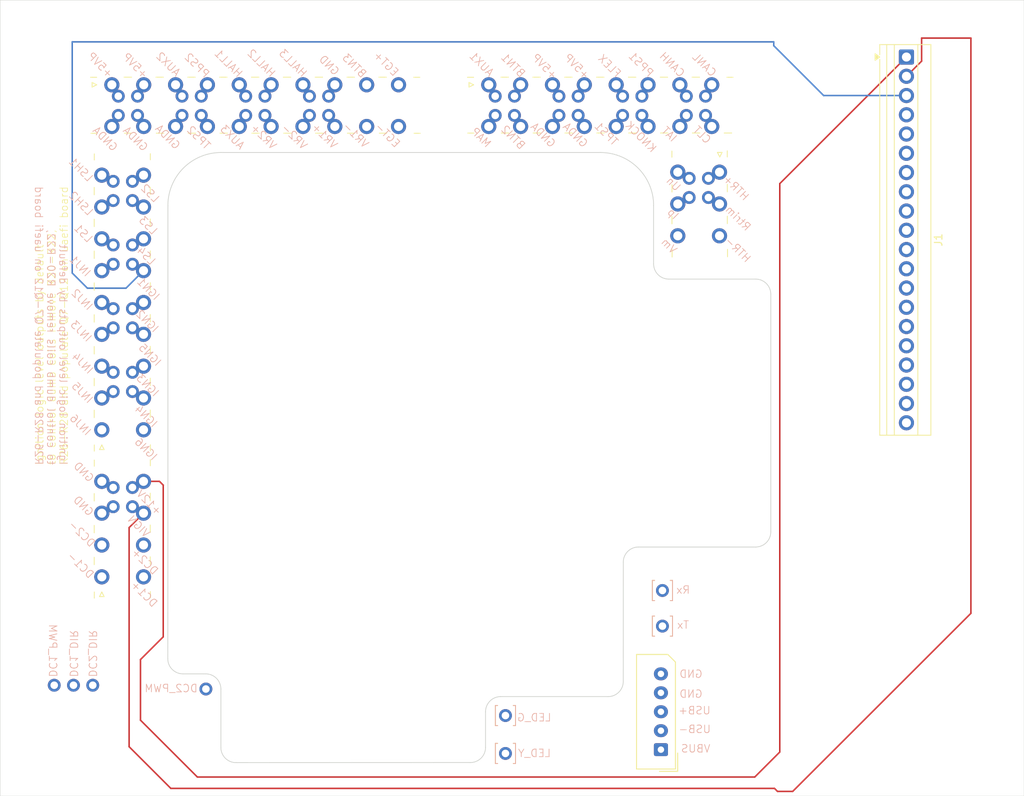
<source format=kicad_pcb>
(kicad_pcb (version 20241229) (generator "pcbnew") (generator_version "9.0")
  (layers (0 "F.Cu" signal) (2 "B.Cu" signal) (13 "F.Paste" user) (15 "B.Paste" user) (5 "F.SilkS" user "F.Silkscreen") (7 "B.SilkS" user "B.Silkscreen") (1 "F.Mask" user) (3 "B.Mask" user) (25 "Edge.Cuts" user))
  (net 0 "")
  (net 95 "Net-(J1-Pin_2)")
  (net 96 "Net-(J1-Pin_3)")
  (net 97 "Net-(J1-Pin_1)")
  (footprint "TerminalBlock:TerminalBlock_Xinya_XY308-2.54-20P_1x20_P2.54mm_Horizontal" (layer "F.Cu") (at 204.5 49.5 -90)
    (property "Reference" "J1" (at 24.13 -4.22 90) (layer "F.SilkS"))
    (property "Value" "Screw_Terminal_01x20")
    (fp_line (start -1.64 3.52) (end -1.64 -3.22) (stroke (width 0.12)) (layer "F.SilkS"))
    (fp_line (start -0.3 3.52) (end -1.64 3.52) (stroke (width 0.12)) (layer "F.SilkS"))
    (fp_line (start 49.9 3.52) (end 0.3 3.52) (stroke (width 0.12)) (layer "F.SilkS"))
    (fp_line (start -1.64 2.6) (end 49.9 2.6) (stroke (width 0.12)) (layer "F.SilkS"))
    (fp_line (start -1.64 1.6) (end 49.9 1.6) (stroke (width 0.12)) (layer "F.SilkS"))
    (fp_line (start -1.64 -1.5) (end 49.9 -1.5) (stroke (width 0.12)) (layer "F.SilkS"))
    (fp_line (start -1.64 -3.22) (end 49.9 -3.22) (stroke (width 0.12)) (layer "F.SilkS"))
    (fp_line (start 49.9 -3.22) (end 49.9 3.52) (stroke (width 0.12)) (layer "F.SilkS"))
    (fp_poly (pts (xy 0 3.52) (xy 0.44 4.13) (xy -0.44 4.13)) (stroke (width 0.12)) (fill yes) (layer "F.SilkS"))
    (pad "1" thru_hole roundrect (at 0 0 270) (size 2 2) (drill 1.2) (layers "*.Cu" "*.Mask") (roundrect_rratio 0.125) (net 97 "Net-(J1-Pin_1)"))
    (pad "2" thru_hole circle (at 2.54 0 270) (size 2 2) (drill 1.2) (layers "*.Cu" "*.Mask") (net 95 "Net-(J1-Pin_2)"))
    (pad "3" thru_hole circle (at 5.08 0 270) (size 2 2) (drill 1.2) (layers "*.Cu" "*.Mask") (net 96 "Net-(J1-Pin_3)"))
    (pad "4" thru_hole circle (at 7.62 0 270) (size 2 2) (drill 1.2) (layers "*.Cu" "*.Mask"))
    (pad "5" thru_hole circle (at 10.16 0 270) (size 2 2) (drill 1.2) (layers "*.Cu" "*.Mask"))
    (pad "6" thru_hole circle (at 12.7 0 270) (size 2 2) (drill 1.2) (layers "*.Cu" "*.Mask"))
    (pad "7" thru_hole circle (at 15.24 0 270) (size 2 2) (drill 1.2) (layers "*.Cu" "*.Mask"))
    (pad "8" thru_hole circle (at 17.78 0 270) (size 2 2) (drill 1.2) (layers "*.Cu" "*.Mask"))
    (pad "9" thru_hole circle (at 20.32 0 270) (size 2 2) (drill 1.2) (layers "*.Cu" "*.Mask"))
    (pad "10" thru_hole circle (at 22.86 0 270) (size 2 2) (drill 1.2) (layers "*.Cu" "*.Mask"))
    (pad "11" thru_hole circle (at 25.4 0 270) (size 2 2) (drill 1.2) (layers "*.Cu" "*.Mask"))
    (pad "12" thru_hole circle (at 27.94 0 270) (size 2 2) (drill 1.2) (layers "*.Cu" "*.Mask"))
    (pad "13" thru_hole circle (at 30.48 0 270) (size 2 2) (drill 1.2) (layers "*.Cu" "*.Mask"))
    (pad "14" thru_hole circle (at 33.02 0 270) (size 2 2) (drill 1.2) (layers "*.Cu" "*.Mask"))
    (pad "15" thru_hole circle (at 35.56 0 270) (size 2 2) (drill 1.2) (layers "*.Cu" "*.Mask"))
    (pad "16" thru_hole circle (at 38.1 0 270) (size 2 2) (drill 1.2) (layers "*.Cu" "*.Mask"))
    (pad "17" thru_hole circle (at 40.64 0 270) (size 2 2) (drill 1.2) (layers "*.Cu" "*.Mask"))
    (pad "18" thru_hole circle (at 43.18 0 270) (size 2 2) (drill 1.2) (layers "*.Cu" "*.Mask"))
    (pad "19" thru_hole circle (at 45.72 0 270) (size 2 2) (drill 1.2) (layers "*.Cu" "*.Mask"))
    (pad "20" thru_hole circle (at 48.26 0 270) (size 2 2) (drill 1.2) (layers "*.Cu" "*.Mask"))
  )
  (footprint "Hellen:uaefi" (layer "F.Cu") (at 89.1 143.887437)
    (property "Reference" "M1" (hide yes))
    (property "Value" "Module:uaefi/0.2" (hide yes))
    (fp_line (start 8.025126 -91.025) (end 8.625126 -90.725) (stroke (width 0.12)) (layer "F.SilkS"))
    (fp_line (start 8.025126 -90.425) (end 8.025126 -91.025) (stroke (width 0.12)) (layer "F.SilkS"))
    (fp_line (start 8.300126 -76.21) (end 8.300126 -77.19) (stroke (width 0.12)) (layer "F.SilkS"))
    (fp_line (start 8.300126 -72.01) (end 8.300126 -72.99) (stroke (width 0.12)) (layer "F.SilkS"))
    (fp_line (start 8.300126 -67.81) (end 8.300126 -68.79) (stroke (width 0.12)) (layer "F.SilkS"))
    (fp_line (start 8.300126 -63.61) (end 8.300126 -64.59) (stroke (width 0.12)) (layer "F.SilkS"))
    (fp_line (start 8.300126 -59.41) (end 8.300126 -60.39) (stroke (width 0.12)) (layer "F.SilkS"))
    (fp_line (start 8.300126 -55.21) (end 8.300126 -56.19) (stroke (width 0.12)) (layer "F.SilkS"))
    (fp_line (start 8.300126 -51.01) (end 8.300126 -51.99) (stroke (width 0.12)) (layer "F.SilkS"))
    (fp_line (start 8.300126 -46.81) (end 8.300126 -47.79) (stroke (width 0.12)) (layer "F.SilkS"))
    (fp_line (start 8.300126 -35.81) (end 8.300126 -36.79) (stroke (width 0.12)) (layer "F.SilkS"))
    (fp_line (start 8.300126 -31.61) (end 8.300126 -32.59) (stroke (width 0.12)) (layer "F.SilkS"))
    (fp_line (start 8.300126 -27.41) (end 8.300126 -28.39) (stroke (width 0.12)) (layer "F.SilkS"))
    (fp_line (start 8.310126 -80.8) (end 8.310126 -81.61) (stroke (width 0.12)) (layer "F.SilkS"))
    (fp_line (start 8.310126 -43.2) (end 8.310126 -42.39) (stroke (width 0.12)) (layer "F.SilkS"))
    (fp_line (start 8.310126 -40.4) (end 8.310126 -41.21) (stroke (width 0.12)) (layer "F.SilkS"))
    (fp_line (start 8.310126 -23.8) (end 8.310126 -22.99) (stroke (width 0.12)) (layer "F.SilkS"))
    (fp_line (start 8.625126 -91.715) (end 7.815126 -91.715) (stroke (width 0.12)) (layer "F.SilkS"))
    (fp_line (start 8.625126 -90.725) (end 8.025126 -90.425) (stroke (width 0.12)) (layer "F.SilkS"))
    (fp_line (start 8.67729 -84.326098) (end 7.86729 -84.326098) (stroke (width 0.12)) (layer "F.SilkS"))
    (fp_line (start 9.000126 -42.6) (end 9.300126 -43.2) (stroke (width 0.12)) (layer "F.SilkS"))
    (fp_line (start 9.000126 -23.2) (end 9.300126 -23.8) (stroke (width 0.12)) (layer "F.SilkS"))
    (fp_line (start 9.300126 -43.2) (end 9.600126 -42.6) (stroke (width 0.12)) (layer "F.SilkS"))
    (fp_line (start 9.300126 -23.8) (end 9.600126 -23.2) (stroke (width 0.12)) (layer "F.SilkS"))
    (fp_line (start 9.600126 -42.6) (end 9.000126 -42.6) (stroke (width 0.12)) (layer "F.SilkS"))
    (fp_line (start 9.600126 -23.2) (end 9.000126 -23.2) (stroke (width 0.12)) (layer "F.SilkS"))
    (fp_line (start 12.235126 -91.725) (end 13.215126 -91.725) (stroke (width 0.12)) (layer "F.SilkS"))
    (fp_line (start 12.28729 -84.336098) (end 13.26729 -84.336098) (stroke (width 0.12)) (layer "F.SilkS"))
    (fp_line (start 15.688963 -35.863539) (end 15.688963 -36.843539) (stroke (width 0.12)) (layer "F.SilkS"))
    (fp_line (start 15.688963 -31.663539) (end 15.688963 -32.643539) (stroke (width 0.12)) (layer "F.SilkS"))
    (fp_line (start 15.688963 -27.463539) (end 15.688963 -28.443539) (stroke (width 0.12)) (layer "F.SilkS"))
    (fp_line (start 15.68906 -76.236065) (end 15.68906 -77.216065) (stroke (width 0.12)) (layer "F.SilkS"))
    (fp_line (start 15.68906 -72.036065) (end 15.68906 -73.016065) (stroke (width 0.12)) (layer "F.SilkS"))
    (fp_line (start 15.68906 -67.836065) (end 15.68906 -68.816065) (stroke (width 0.12)) (layer "F.SilkS"))
    (fp_line (start 15.68906 -63.636065) (end 15.68906 -64.616065) (stroke (width 0.12)) (layer "F.SilkS"))
    (fp_line (start 15.68906 -59.436065) (end 15.68906 -60.416065) (stroke (width 0.12)) (layer "F.SilkS"))
    (fp_line (start 15.68906 -55.236065) (end 15.68906 -56.216065) (stroke (width 0.12)) (layer "F.SilkS"))
    (fp_line (start 15.68906 -51.036065) (end 15.68906 -52.016065) (stroke (width 0.12)) (layer "F.SilkS"))
    (fp_line (start 15.68906 -46.836065) (end 15.68906 -47.816065) (stroke (width 0.12)) (layer "F.SilkS"))
    (fp_line (start 15.698963 -40.453539) (end 15.698963 -41.263539) (stroke (width 0.12)) (layer "F.SilkS"))
    (fp_line (start 15.698963 -23.853539) (end 15.698963 -23.043539) (stroke (width 0.12)) (layer "F.SilkS"))
    (fp_line (start 15.69906 -80.826065) (end 15.69906 -81.636065) (stroke (width 0.12)) (layer "F.SilkS"))
    (fp_line (start 15.69906 -43.226065) (end 15.69906 -42.416065) (stroke (width 0.12)) (layer "F.SilkS"))
    (fp_line (start 16.435126 -91.725) (end 17.415126 -91.725) (stroke (width 0.12)) (layer "F.SilkS"))
    (fp_line (start 16.48729 -84.336098) (end 17.46729 -84.336098) (stroke (width 0.12)) (layer "F.SilkS"))
    (fp_line (start 20.635126 -91.725) (end 21.615126 -91.725) (stroke (width 0.12)) (layer "F.SilkS"))
    (fp_line (start 20.68729 -84.336098) (end 21.66729 -84.336098) (stroke (width 0.12)) (layer "F.SilkS"))
    (fp_line (start 24.835126 -91.725) (end 25.815126 -91.725) (stroke (width 0.12)) (layer "F.SilkS"))
    (fp_line (start 24.88729 -84.336098) (end 25.86729 -84.336098) (stroke (width 0.12)) (layer "F.SilkS"))
    (fp_line (start 29.035126 -91.725) (end 30.015126 -91.725) (stroke (width 0.12)) (layer "F.SilkS"))
    (fp_line (start 29.08729 -84.336098) (end 30.06729 -84.336098) (stroke (width 0.12)) (layer "F.SilkS"))
    (fp_line (start 33.235126 -91.725) (end 34.215126 -91.725) (stroke (width 0.12)) (layer "F.SilkS"))
    (fp_line (start 33.28729 -84.336098) (end 34.26729 -84.336098) (stroke (width 0.12)) (layer "F.SilkS"))
    (fp_line (start 37.435126 -91.725) (end 38.415126 -91.725) (stroke (width 0.12)) (layer "F.SilkS"))
    (fp_line (start 37.48729 -84.336098) (end 38.46729 -84.336098) (stroke (width 0.12)) (layer "F.SilkS"))
    (fp_line (start 41.635126 -91.725) (end 42.615126 -91.725) (stroke (width 0.12)) (layer "F.SilkS"))
    (fp_line (start 41.68729 -84.336098) (end 42.66729 -84.336098) (stroke (width 0.12)) (layer "F.SilkS"))
    (fp_line (start 45.835126 -91.725) (end 46.815126 -91.725) (stroke (width 0.12)) (layer "F.SilkS"))
    (fp_line (start 45.88729 -84.336098) (end 46.86729 -84.336098) (stroke (width 0.12)) (layer "F.SilkS"))
    (fp_line (start 50.425126 -91.715) (end 51.235126 -91.715) (stroke (width 0.12)) (layer "F.SilkS"))
    (fp_line (start 50.47729 -84.326098) (end 51.28729 -84.326098) (stroke (width 0.12)) (layer "F.SilkS"))
    (fp_line (start 57.725126 -91.025) (end 58.325126 -90.725) (stroke (width 0.12)) (layer "F.SilkS"))
    (fp_line (start 57.725126 -90.425) (end 57.725126 -91.025) (stroke (width 0.12)) (layer "F.SilkS"))
    (fp_line (start 58.325126 -91.715) (end 57.515126 -91.715) (stroke (width 0.12)) (layer "F.SilkS"))
    (fp_line (start 58.325126 -90.725) (end 57.725126 -90.425) (stroke (width 0.12)) (layer "F.SilkS"))
    (fp_line (start 58.363637 -84.348254) (end 57.553637 -84.348254) (stroke (width 0.12)) (layer "F.SilkS"))
    (fp_line (start 61.195126 -8.83) (end 61.195126 -6.17) (stroke (width 0.12)) (layer "F.SilkS"))
    (fp_line (start 61.195126 -3.83) (end 61.195126 -1.17) (stroke (width 0.12)) (layer "F.SilkS"))
    (fp_line (start 61.489588 -6.17) (end 61.195126 -6.17) (stroke (width 0.12)) (layer "F.SilkS"))
    (fp_line (start 61.489588 -1.17) (end 61.195126 -1.17) (stroke (width 0.12)) (layer "F.SilkS"))
    (fp_line (start 61.500753 -8.83) (end 61.195126 -8.83) (stroke (width 0.12)) (layer "F.SilkS"))
    (fp_line (start 61.500753 -3.83) (end 61.195126 -3.83) (stroke (width 0.12)) (layer "F.SilkS"))
    (fp_line (start 61.935126 -91.725) (end 62.915126 -91.725) (stroke (width 0.12)) (layer "F.SilkS"))
    (fp_line (start 61.973637 -84.358254) (end 62.953637 -84.358254) (stroke (width 0.12)) (layer "F.SilkS"))
    (fp_line (start 63.549499 -6.17) (end 63.855126 -6.17) (stroke (width 0.12)) (layer "F.SilkS"))
    (fp_line (start 63.549499 -1.17) (end 63.855126 -1.17) (stroke (width 0.12)) (layer "F.SilkS"))
    (fp_line (start 63.560664 -8.83) (end 63.855126 -8.83) (stroke (width 0.12)) (layer "F.SilkS"))
    (fp_line (start 63.560664 -3.83) (end 63.855126 -3.83) (stroke (width 0.12)) (layer "F.SilkS"))
    (fp_line (start 63.855126 -6.17) (end 63.855126 -8.83) (stroke (width 0.12)) (layer "F.SilkS"))
    (fp_line (start 63.855126 -1.17) (end 63.855126 -3.83) (stroke (width 0.12)) (layer "F.SilkS"))
    (fp_line (start 66.135126 -91.725) (end 67.115126 -91.725) (stroke (width 0.12)) (layer "F.SilkS"))
    (fp_line (start 66.173637 -84.358254) (end 67.153637 -84.358254) (stroke (width 0.12)) (layer "F.SilkS"))
    (fp_line (start 70.335126 -91.725) (end 71.315126 -91.725) (stroke (width 0.12)) (layer "F.SilkS"))
    (fp_line (start 70.373637 -84.358254) (end 71.353637 -84.358254) (stroke (width 0.12)) (layer "F.SilkS"))
    (fp_line (start 74.535126 -91.725) (end 75.515126 -91.725) (stroke (width 0.12)) (layer "F.SilkS"))
    (fp_line (start 74.573637 -84.358254) (end 75.553637 -84.358254) (stroke (width 0.12)) (layer "F.SilkS"))
    (fp_line (start 78.735126 -91.725) (end 79.715126 -91.725) (stroke (width 0.12)) (layer "F.SilkS"))
    (fp_line (start 78.773637 -84.358254) (end 79.753637 -84.358254) (stroke (width 0.12)) (layer "F.SilkS"))
    (fp_line (start 79.815126 -15.56) (end 79.815126 -0.44) (stroke (width 0.12)) (layer "F.SilkS"))
    (fp_line (start 79.815126 -15.56) (end 79.815126 -0.44) (stroke (width 0.12)) (layer "F.SilkS"))
    (fp_line (start 79.815126 -0.44) (end 84.935126 -0.44) (stroke (width 0.12)) (layer "F.SilkS"))
    (fp_line (start 79.815126 -0.44) (end 84.935126 -0.44) (stroke (width 0.12)) (layer "F.SilkS"))
    (fp_line (start 81.895126 -25.33) (end 81.895126 -22.67) (stroke (width 0.12)) (layer "F.SilkS"))
    (fp_line (start 81.895126 -20.63) (end 81.895126 -17.97) (stroke (width 0.12)) (layer "F.SilkS"))
    (fp_line (start 82.189588 -22.67) (end 81.895126 -22.67) (stroke (width 0.12)) (layer "F.SilkS"))
    (fp_line (start 82.189588 -17.97) (end 81.895126 -17.97) (stroke (width 0.12)) (layer "F.SilkS"))
    (fp_line (start 82.200753 -25.33) (end 81.895126 -25.33) (stroke (width 0.12)) (layer "F.SilkS"))
    (fp_line (start 82.200753 -20.63) (end 81.895126 -20.63) (stroke (width 0.12)) (layer "F.SilkS"))
    (fp_line (start 82.825126 -0.14) (end 85.235126 -0.14) (stroke (width 0.12)) (layer "F.SilkS"))
    (fp_line (start 82.825126 -0.14) (end 85.235126 -0.14) (stroke (width 0.12)) (layer "F.SilkS"))
    (fp_line (start 82.935126 -91.725) (end 83.915126 -91.725) (stroke (width 0.12)) (layer "F.SilkS"))
    (fp_line (start 82.973637 -84.358254) (end 83.953637 -84.358254) (stroke (width 0.12)) (layer "F.SilkS"))
    (fp_line (start 83.935126 -15.56) (end 79.815126 -15.56) (stroke (width 0.12)) (layer "F.SilkS"))
    (fp_line (start 83.935126 -15.56) (end 79.815126 -15.56) (stroke (width 0.12)) (layer "F.SilkS"))
    (fp_line (start 84.249499 -22.67) (end 84.555126 -22.67) (stroke (width 0.12)) (layer "F.SilkS"))
    (fp_line (start 84.249499 -17.97) (end 84.555126 -17.97) (stroke (width 0.12)) (layer "F.SilkS"))
    (fp_line (start 84.260664 -25.33) (end 84.555126 -25.33) (stroke (width 0.12)) (layer "F.SilkS"))
    (fp_line (start 84.260664 -20.63) (end 84.555126 -20.63) (stroke (width 0.12)) (layer "F.SilkS"))
    (fp_line (start 84.470065 -81.168005) (end 84.470065 -81.978005) (stroke (width 0.12)) (layer "F.SilkS"))
    (fp_line (start 84.480065 -77.558005) (end 84.480065 -76.578005) (stroke (width 0.12)) (layer "F.SilkS"))
    (fp_line (start 84.480065 -73.358005) (end 84.480065 -72.378005) (stroke (width 0.12)) (layer "F.SilkS"))
    (fp_line (start 84.50387 -68.000193) (end 84.50387 -68.980193) (stroke (width 0.12)) (layer "F.SilkS"))
    (fp_line (start 84.555126 -22.67) (end 84.555126 -25.33) (stroke (width 0.12)) (layer "F.SilkS"))
    (fp_line (start 84.555126 -17.97) (end 84.555126 -20.63) (stroke (width 0.12)) (layer "F.SilkS"))
    (fp_line (start 84.935126 -14.56) (end 83.935126 -15.56) (stroke (width 0.12)) (layer "F.SilkS"))
    (fp_line (start 84.935126 -14.56) (end 83.935126 -15.56) (stroke (width 0.12)) (layer "F.SilkS"))
    (fp_line (start 84.935126 -0.44) (end 84.935126 -14.56) (stroke (width 0.12)) (layer "F.SilkS"))
    (fp_line (start 84.935126 -0.44) (end 84.935126 -14.56) (stroke (width 0.12)) (layer "F.SilkS"))
    (fp_line (start 85.235126 -0.14) (end 85.235126 -2.55) (stroke (width 0.12)) (layer "F.SilkS"))
    (fp_line (start 85.235126 -0.14) (end 85.235126 -2.55) (stroke (width 0.12)) (layer "F.SilkS"))
    (fp_line (start 87.135126 -91.725) (end 88.115126 -91.725) (stroke (width 0.12)) (layer "F.SilkS"))
    (fp_line (start 87.173637 -84.358254) (end 88.153637 -84.358254) (stroke (width 0.12)) (layer "F.SilkS"))
    (fp_line (start 90.483943 -81.79971) (end 91.083943 -81.79971) (stroke (width 0.12)) (layer "F.SilkS"))
    (fp_line (start 90.783943 -81.19971) (end 90.483943 -81.79971) (stroke (width 0.12)) (layer "F.SilkS"))
    (fp_line (start 91.083943 -81.79971) (end 90.783943 -81.19971) (stroke (width 0.12)) (layer "F.SilkS"))
    (fp_line (start 91.373637 -84.358254) (end 92.353637 -84.358254) (stroke (width 0.12)) (layer "F.SilkS"))
    (fp_line (start 91.725126 -91.715) (end 92.535126 -91.715) (stroke (width 0.12)) (layer "F.SilkS"))
    (fp_line (start 91.773943 -81.19971) (end 91.773943 -82.00971) (stroke (width 0.12)) (layer "F.SilkS"))
    (fp_line (start 91.783943 -77.58971) (end 91.783943 -76.60971) (stroke (width 0.12)) (layer "F.SilkS"))
    (fp_line (start 91.783943 -73.38971) (end 91.783943 -72.40971) (stroke (width 0.12)) (layer "F.SilkS"))
    (fp_line (start 91.807748 -68.031898) (end 91.807748 -69.011898) (stroke (width 0.12)) (layer "F.SilkS"))
    (fp_line (start 61.195126 -6.17) (end 61.195126 -8.83) (stroke (width 0.12)) (layer "B.SilkS"))
    (fp_line (start 61.195126 -1.17) (end 61.195126 -3.83) (stroke (width 0.12)) (layer "B.SilkS"))
    (fp_line (start 61.489588 -8.83) (end 61.195126 -8.83) (stroke (width 0.12)) (layer "B.SilkS"))
    (fp_line (start 61.489588 -3.83) (end 61.195126 -3.83) (stroke (width 0.12)) (layer "B.SilkS"))
    (fp_line (start 61.500753 -6.17) (end 61.195126 -6.17) (stroke (width 0.12)) (layer "B.SilkS"))
    (fp_line (start 61.500753 -1.17) (end 61.195126 -1.17) (stroke (width 0.12)) (layer "B.SilkS"))
    (fp_line (start 63.549499 -8.83) (end 63.855126 -8.83) (stroke (width 0.12)) (layer "B.SilkS"))
    (fp_line (start 63.549499 -3.83) (end 63.855126 -3.83) (stroke (width 0.12)) (layer "B.SilkS"))
    (fp_line (start 63.560664 -6.17) (end 63.855126 -6.17) (stroke (width 0.12)) (layer "B.SilkS"))
    (fp_line (start 63.560664 -1.17) (end 63.855126 -1.17) (stroke (width 0.12)) (layer "B.SilkS"))
    (fp_line (start 63.855126 -8.83) (end 63.855126 -6.17) (stroke (width 0.12)) (layer "B.SilkS"))
    (fp_line (start 63.855126 -3.83) (end 63.855126 -1.17) (stroke (width 0.12)) (layer "B.SilkS"))
    (fp_line (start 81.895126 -22.67) (end 81.895126 -25.33) (stroke (width 0.12)) (layer "B.SilkS"))
    (fp_line (start 81.895126 -17.97) (end 81.895126 -20.63) (stroke (width 0.12)) (layer "B.SilkS"))
    (fp_line (start 82.189588 -25.33) (end 81.895126 -25.33) (stroke (width 0.12)) (layer "B.SilkS"))
    (fp_line (start 82.189588 -20.63) (end 81.895126 -20.63) (stroke (width 0.12)) (layer "B.SilkS"))
    (fp_line (start 82.200753 -22.67) (end 81.895126 -22.67) (stroke (width 0.12)) (layer "B.SilkS"))
    (fp_line (start 82.200753 -17.97) (end 81.895126 -17.97) (stroke (width 0.12)) (layer "B.SilkS"))
    (fp_line (start 84.249499 -25.33) (end 84.555126 -25.33) (stroke (width 0.12)) (layer "B.SilkS"))
    (fp_line (start 84.249499 -20.63) (end 84.555126 -20.63) (stroke (width 0.12)) (layer "B.SilkS"))
    (fp_line (start 84.260664 -22.67) (end 84.555126 -22.67) (stroke (width 0.12)) (layer "B.SilkS"))
    (fp_line (start 84.260664 -17.97) (end 84.555126 -17.97) (stroke (width 0.12)) (layer "B.SilkS"))
    (fp_line (start 84.555126 -25.33) (end 84.555126 -22.67) (stroke (width 0.12)) (layer "B.SilkS"))
    (fp_line (start 84.555126 -20.63) (end 84.555126 -17.97) (stroke (width 0.12)) (layer "B.SilkS"))
    (fp_line (start 18.012559 -31.737182) (end 18 -15) (stroke (width 0.1)) (layer "Edge.Cuts"))
    (fp_line (start 18.012559 -31.737182) (end 18.012562 -74.787438) (stroke (width 0.1)) (layer "Edge.Cuts"))
    (fp_line (start 20 -13) (end 23 -13) (stroke (width 0.1)) (layer "Edge.Cuts"))
    (fp_line (start 25 -11) (end 25 -3.287437) (stroke (width 0.1)) (layer "Edge.Cuts"))
    (fp_line (start 57.9 -1.3) (end 27 -1.287437) (stroke (width 0.1)) (layer "Edge.Cuts"))
    (fp_line (start 59.9 -3.3) (end 59.899911 -8.00008) (stroke (width 0.1)) (layer "Edge.Cuts"))
    (fp_line (start 61.899911 -10.00008) (end 76.060074 -9.999926) (stroke (width 0.1)) (layer "Edge.Cuts"))
    (fp_line (start 75.062815 -81.787437) (end 25.012563 -81.787437) (stroke (width 0.1)) (layer "Edge.Cuts"))
    (fp_line (start 78.062811 -27.73718) (end 78.060074 -11.999926) (stroke (width 0.1)) (layer "Edge.Cuts"))
    (fp_line (start 80.062811 -29.73718) (end 95.512563 -29.73718) (stroke (width 0.1)) (layer "Edge.Cuts"))
    (fp_line (start 82.062814 -74.787436) (end 82.062814 -67.087437) (stroke (width 0.1)) (layer "Edge.Cuts"))
    (fp_line (start 95.512563 -65.087437) (end 84.062814 -65.087437) (stroke (width 0.1)) (layer "Edge.Cuts"))
    (fp_line (start 97.512563 -31.73718) (end 97.512563 -63.087437) (stroke (width 0.1)) (layer "Edge.Cuts"))
    (fp_arc (start 18.012562 -74.787438) (mid 20.062815 -79.737185) (end 25.012563 -81.787437) (stroke (width 0.1)) (layer "Edge.Cuts"))
    (fp_arc (start 20 -13) (mid 18.585784 -13.585784) (end 18 -15) (stroke (width 0.1)) (layer "Edge.Cuts"))
    (fp_arc (start 23 -13) (mid 24.414216 -12.414216) (end 25 -11) (stroke (width 0.1)) (layer "Edge.Cuts"))
    (fp_arc (start 27 -1.287437) (mid 25.585783 -1.873222) (end 25 -3.287437) (stroke (width 0.1)) (layer "Edge.Cuts"))
    (fp_arc (start 59.899911 -8.00008) (mid 60.485719 -9.414272) (end 61.899911 -10.00008) (stroke (width 0.1)) (layer "Edge.Cuts"))
    (fp_arc (start 59.9 -3.3) (mid 59.314192 -1.885808) (end 57.9 -1.3) (stroke (width 0.1)) (layer "Edge.Cuts"))
    (fp_arc (start 75.062815 -81.787437) (mid 80.012612 -79.73722) (end 82.062814 -74.787436) (stroke (width 0.1)) (layer "Edge.Cuts"))
    (fp_arc (start 78.060074 -11.999926) (mid 77.474266 -10.585734) (end 76.060074 -9.999926) (stroke (width 0.1)) (layer "Edge.Cuts"))
    (fp_arc (start 78.062811 -27.73718) (mid 78.648619 -29.151383) (end 80.062811 -29.73718) (stroke (width 0.1)) (layer "Edge.Cuts"))
    (fp_arc (start 84.062814 -65.087437) (mid 82.648592 -65.673201) (end 82.062814 -67.087437) (stroke (width 0.1)) (layer "Edge.Cuts"))
    (fp_arc (start 95.512563 -65.087437) (mid 96.926766 -64.50164) (end 97.512563 -63.087437) (stroke (width 0.1)) (layer "Edge.Cuts"))
    (fp_arc (start 97.512563 -31.73718) (mid 96.926801 -30.322937) (end 95.512563 -29.73718) (stroke (width 0.1)) (layer "Edge.Cuts"))
    (fp_text user "Ignition logic level outputs by default\nto control dumb coils remove R20-R22, \nR26-R28 and populate Q7-Q12 on uaefi board" (at 4.9 -40.5 90) (layer "F.SilkS") (effects (font (thickness 0.1)) (justify left bottom)))
    (fp_text user "TPS2" (at 23 -82 315) (layer "B.SilkS") (effects (font (thickness 0.1)) (justify left bottom mirror)))
    (fp_text user "Rtrim" (at 94.25 -71.25 315) (layer "B.SilkS") (effects (font (thickness 0.1)) (justify left bottom mirror)))
    (fp_text user "TPS1" (at 76.75 -82.5 315) (layer "B.SilkS") (effects (font (thickness 0.1)) (justify left bottom mirror)))
    (fp_text user "VR2+" (at 31.7 -82 315) (layer "B.SilkS") (effects (font (thickness 0.1)) (justify left bottom mirror)))
    (fp_text user "EGT-" (at 48 -82.25 315) (layer "B.SilkS") (effects (font (thickness 0.1)) (justify left bottom mirror)))
    (fp_text user "DC2_PWM" (at 22 -10.5 0) (layer "B.SilkS") (effects (font (thickness 0.1)) (justify left bottom mirror)))
    (fp_text user "BTN2" (at 64.5 -82 315) (layer "B.SilkS") (effects (font (thickness 0.1)) (justify left bottom mirror)))
    (fp_text user "VR1+" (at 39.743117 -82.09622 315) (layer "B.SilkS") (effects (font (thickness 0.1)) (justify left bottom mirror)))
    (fp_text user "+12V" (at 16.6 -33.75 315) (layer "B.SilkS") (effects (font (thickness 0.1)) (justify left bottom mirror)))
    (fp_text user "Un" (at 85 -76.5 315) (layer "B.SilkS") (effects (font (thickness 0.1)) (justify left bottom mirror)))
    (fp_text user "KNOCK" (at 81.8 -81.6 315) (layer "B.SilkS") (effects (font (thickness 0.1)) (justify left bottom mirror)))
    (fp_text user "GNDA" (at 14.75 -81.75 315) (layer "B.SilkS") (effects (font (thickness 0.1)) (justify left bottom mirror)))
    (fp_text user "DC1+" (at 16 -21.6 315) (layer "B.SilkS") (effects (font (thickness 0.1)) (justify left bottom mirror)))
    (fp_text user "GND" (at 88.579267 -9.768905 0) (layer "B.SilkS") (effects (font (thickness 0.1)) (justify left bottom mirror)))
    (fp_text user "Vm" (at 84.5 -68.25 315) (layer "B.SilkS") (effects (font (thickness 0.1)) (justify left bottom mirror)))
    (fp_text user "USB+" (at 89.637684 -7.587926 0) (layer "B.SilkS") (effects (font (thickness 0.1)) (justify left bottom mirror)))
    (fp_text user "GNDA" (at 68.5 -82.25 315) (layer "B.SilkS") (effects (font (thickness 0.1)) (justify left bottom mirror)))
    (fp_text user "MAP" (at 60 -82.25 315) (layer "B.SilkS") (effects (font (thickness 0.1)) (justify left bottom mirror)))
    (fp_text user "INJ6" (at 7.25 -44.25 315) (layer "B.SilkS") (effects (font (thickness 0.1)) (justify left bottom mirror)))
    (fp_text user "HTR+" (at 94 -75.25 315) (layer "B.SilkS") (effects (font (thickness 0.1)) (justify left bottom mirror)))
    (fp_text user "Tx" (at 86.796594 -18.876704 0) (layer "B.SilkS") (effects (font (thickness 0.1)) (justify left bottom mirror)))
    (fp_text user "PPS2" (at 22.86 -91.44 315) (layer "B.SilkS") (effects (font (thickness 0.1)) (justify left bottom mirror)))
    (fp_text user "LS3" (at 16 -70.75 315) (layer "B.SilkS") (effects (font (thickness 0.1)) (justify left bottom mirror)))
    (fp_text user "INJ3" (at 7.339634 -56.614525 315) (layer "B.SilkS") (effects (font (thickness 0.1)) (justify left bottom mirror)))
    (fp_text user "GNDA" (at 72.75 -82.25 315) (layer "B.SilkS") (effects (font (thickness 0.1)) (justify left bottom mirror)))
    (fp_text user "IGN1" (at 16.3 -62.1 315) (layer "B.SilkS") (effects (font (thickness 0.1)) (justify left bottom mirror)))
    (fp_text user "DC2-" (at 7.792796 -29.543281 315) (layer "B.SilkS") (effects (font (thickness 0.1)) (justify left bottom mirror)))
    (fp_text user "GNDA" (at 19 -82 315) (layer "B.SilkS") (effects (font (thickness 0.1)) (justify left bottom mirror)))
    (fp_text user "INJ4" (at 7.532073 -52.38086 315) (layer "B.SilkS") (effects (font (thickness 0.1)) (justify left bottom mirror)))
    (fp_text user "LS4" (at 15.75 -66.75 315) (layer "B.SilkS") (effects (font (thickness 0.1)) (justify left bottom mirror)))
    (fp_text user "DC2_DIR" (at 7.5 -12.5 270) (layer "B.SilkS") (effects (font (thickness 0.1)) (justify left bottom mirror)))
    (fp_text user "BTN3" (at 43.564878 -91.446215 315) (layer "B.SilkS") (effects (font (thickness 0.1)) (justify left bottom mirror)))
    (fp_text user "INJ1" (at 7.211341 -65.210149 315) (layer "B.SilkS") (effects (font (thickness 0.1)) (justify left bottom mirror)))
    (fp_text user "GND" (at 39.986104 -91.760732 315) (layer "B.SilkS") (effects (font (thickness 0.1)) (justify left bottom mirror)))
    (fp_text user "IGN2" (at 16.154714 -57.849319 315) (layer "B.SilkS") (effects (font (thickness 0.1)) (justify left bottom mirror)))
    (fp_text user "LED_G" (at 68.631715 -6.657803 0) (layer "B.SilkS") (effects (font (thickness 0.1)) (justify left bottom mirror)))
    (fp_text user "AUX1" (at 60.358648 -91.639566 315) (layer "B.SilkS") (effects (font (thickness 0.1)) (justify left bottom mirror)))
    (fp_text user "Ip" (at 84.75 -72.75 315) (layer "B.SilkS") (effects (font (thickness 0.1)) (justify left bottom mirror)))
    (fp_text user "+5VP" (at 10.16 -91.44 315) (layer "B.SilkS") (effects (font (thickness 0.1)) (justify left bottom mirror)))
    (fp_text user "DC1_DIR" (at 5 -12.5 270) (layer "B.SilkS") (effects (font (thickness 0.1)) (justify left bottom mirror)))
    (fp_text user "LS1" (at 7.45189 -69.717054 315) (layer "B.SilkS") (effects (font (thickness 0.1)) (justify left bottom mirror)))
    (fp_text user "Rx" (at 86.924887 -23.495249 0) (layer "B.SilkS") (effects (font (thickness 0.1)) (justify left bottom mirror)))
    (fp_text user "HALL3" (at 35.715147 -91.542435 315) (layer "B.SilkS") (effects (font (thickness 0.1)) (justify left bottom mirror)))
    (fp_text user "VR2-" (at 35.75 -82 315) (layer "B.SilkS") (effects (font (thickness 0.1)) (justify left bottom mirror)))
    (fp_text user "DC2+" (at 16.09622 -25.881776 315) (layer "B.SilkS") (effects (font (thickness 0.1)) (justify left bottom mirror)))
    (fp_text user "INJ2" (at 7.467927 -60.784044 315) (layer "B.SilkS") (effects (font (thickness 0.1)) (justify left bottom mirror)))
    (fp_text user "VBUS" (at 89.60561 -2.55243 0) (layer "B.SilkS") (effects (font (thickness 0.1)) (justify left bottom mirror)))
    (fp_text user "LED_Y" (at 68.58 -1.943039 0) (layer "B.SilkS") (effects (font (thickness 0.1)) (justify left bottom mirror)))
    (fp_text user "IAT" (at 84.5 -83 315) (layer "B.SilkS") (effects (font (thickness 0.1)) (justify left bottom mirror)))
    (fp_text user "+5VP" (at 68.75 -91.25 315) (layer "B.SilkS") (effects (font (thickness 0.1)) (justify left bottom mirror)))
    (fp_text user "VIGN" (at 15 -30.8 315) (layer "B.SilkS") (effects (font (thickness 0.1)) (justify left bottom mirror)))
    (fp_text user "CANL" (at 89.70009 -91.589675 315) (layer "B.SilkS") (effects (font (thickness 0.1)) (justify left bottom mirror)))
    (fp_text user "GND" (at 7.581711 -33.615964 315) (layer "B.SilkS") (effects (font (thickness 0.1)) (justify left bottom mirror)))
    (fp_text user "PPS1" (at 81.417244 -91.568292 315) (layer "B.SilkS") (effects (font (thickness 0.1)) (justify left bottom mirror)))
    (fp_text user "Ignition logic level outputs by default\nto control dumb coils remove R20-R22, \nR26-R28 and populate Q7-Q12 on uaefi board" (at 0.4 -40.5 270) (layer "B.SilkS") (effects (font (thickness 0.1)) (justify left bottom mirror)))
    (fp_text user "GND" (at 7.62 -38.1 315) (layer "B.SilkS") (effects (font (thickness 0.1)) (justify left bottom mirror)))
    (fp_text user "HALL1" (at 27.215743 -91.510361 315) (layer "B.SilkS") (effects (font (thickness 0.1)) (justify left bottom mirror)))
    (fp_text user "+5VP" (at 73 -91.25 315) (layer "B.SilkS") (effects (font (thickness 0.1)) (justify left bottom mirror)))
    (fp_text user "BTN1" (at 64.5 -91.5 315) (layer "B.SilkS") (effects (font (thickness 0.1)) (justify left bottom mirror)))
    (fp_text user "EGT+" (at 47.798544 -91.670727 315) (layer "B.SilkS") (effects (font (thickness 0.1)) (justify left bottom mirror)))
    (fp_text user "LSH1" (at 7.5 -77.75 315) (layer "B.SilkS") (effects (font (thickness 0.1)) (justify left bottom mirror)))
    (fp_text user "IGN5" (at 16.5 -53.4 315) (layer "B.SilkS") (effects (font (thickness 0.1)) (justify left bottom mirror)))
    (fp_text user "HTR-" (at 94.243044 -67.084385 315) (layer "B.SilkS") (effects (font (thickness 0.1)) (justify left bottom mirror)))
    (fp_text user "CLT" (at 89 -82.75 315) (layer "B.SilkS") (effects (font (thickness 0.1)) (justify left bottom mirror)))
    (fp_text user "+5VP" (at 14.778544 -91.353601 315) (layer "B.SilkS") (effects (font (thickness 0.1)) (justify left bottom mirror)))
    (fp_text user "VR1-" (at 43.862554 -82.201891 315) (layer "B.SilkS") (effects (font (thickness 0.1)) (justify left bottom mirror)))
    (fp_text user "USB-" (at 89.669757 -5.118288 0) (layer "B.SilkS") (effects (font (thickness 0.1)) (justify left bottom mirror)))
    (fp_text user "DC1_PWM" (at 2.25 -12.5 270) (layer "B.SilkS") (effects (font (thickness 0.1)) (justify left bottom mirror)))
    (fp_text user "IGN3" (at 16.2 -49.381676 315) (layer "B.SilkS") (effects (font (thickness 0.1)) (justify left bottom mirror)))
    (fp_text user "AUX3" (at 27.5 -82 315) (layer "B.SilkS") (effects (font (thickness 0.1)) (justify left bottom mirror)))
    (fp_text user "HALL2" (at 31.545628 -91.542435 315) (layer "B.SilkS") (effects (font (thickness 0.1)) (justify left bottom mirror)))
    (fp_text user "INJ5" (at 7.5 -48.5 315) (layer "B.SilkS") (effects (font (thickness 0.1)) (justify left bottom mirror)))
    (fp_text user "IGN6" (at 15.979563 -40.958141 315) (layer "B.SilkS") (effects (font (thickness 0.1)) (justify left bottom mirror)))
    (fp_text user "CANH" (at 85.530571 -91.525 315) (layer "B.SilkS") (effects (font (thickness 0.1)) (justify left bottom mirror)))
    (fp_text user "AUX2" (at 19.037071 -91.638654 315) (layer "B.SilkS") (effects (font (thickness 0.1)) (justify left bottom mirror)))
    (fp_text user "GNDA" (at 10.75 -81.75 315) (layer "B.SilkS") (effects (font (thickness 0.1)) (justify left bottom mirror)))
    (fp_text user "IGN4" (at 16 -45.3 315) (layer "B.SilkS") (effects (font (thickness 0.1)) (justify left bottom mirror)))
    (fp_text user "LS2" (at 16.25 -75 315) (layer "B.SilkS") (effects (font (thickness 0.1)) (justify left bottom mirror)))
    (fp_text user "FLEX" (at 77.126559 -91.511273 315) (layer "B.SilkS") (effects (font (thickness 0.1)) (justify left bottom mirror)))
    (fp_text user "LSH2" (at 7.519643 -73.277182 315) (layer "B.SilkS") (effects (font (thickness 0.1)) (justify left bottom mirror)))
    (fp_text user "GND" (at 88.579267 -12.39891 0) (layer "B.SilkS") (effects (font (thickness 0.1)) (justify left bottom mirror)))
    (fp_text user "DC1-" (at 7.62 -25.4 315) (layer "B.SilkS") (effects (font (thickness 0.1)) (justify left bottom mirror)))
    (pad "A1" thru_hole circle (at 9.300126 -25.8 90) (size 2 2) (drill 1.2) (layers "*.Cu" "*.Mask"))
    (pad "A2" thru_hole circle (at 9.300126 -30 90) (size 2 2) (drill 1.2) (layers "*.Cu" "*.Mask"))
    (pad "A3" thru_hole circle (at 9.300126 -34.2 90) (size 2 2) (drill 1.2) (layers "*.Cu" "*.Mask"))
    (pad "A3" thru_hole circle (at 10.800126 -35.05 180) (size 1.7 1.7) (drill 1) (layers "*.Cu" "*.Mask"))
    (pad "A4" thru_hole circle (at 9.300126 -38.4 90) (size 2 2) (drill 1.2) (layers "*.Cu" "*.Mask") (net 96 "Net-(J1-Pin_3)"))
    (pad "A4" thru_hole circle (at 10.800126 -37.59 180) (size 1.7 1.7) (drill 1) (layers "*.Cu" "*.Mask") (net 96 "Net-(J1-Pin_3)"))
    (pad "A5" thru_hole circle (at 14.800126 -25.8 90) (size 2 2) (drill 1.2) (layers "*.Cu" "*.Mask"))
    (pad "A6" thru_hole circle (at 14.800126 -30 90) (size 2 2) (drill 1.2) (layers "*.Cu" "*.Mask"))
    (pad "A7" thru_hole circle (at 13.340126 -35.05 180) (size 1.7 1.7) (drill 1) (layers "*.Cu" "*.Mask") (net 95 "Net-(J1-Pin_2)"))
    (pad "A7" thru_hole circle (at 14.800126 -34.2 90) (size 2 2) (drill 1.2) (layers "*.Cu" "*.Mask") (net 95 "Net-(J1-Pin_2)"))
    (pad "A8" thru_hole circle (at 13.340126 -37.59 180) (size 1.7 1.7) (drill 1) (layers "*.Cu" "*.Mask") (net 97 "Net-(J1-Pin_1)"))
    (pad "A8" thru_hole circle (at 14.800126 -38.4 90) (size 2 2) (drill 1.2) (layers "*.Cu" "*.Mask") (net 97 "Net-(J1-Pin_1)"))
    (pad "B1" thru_hole circle (at 9.300126 -45.2 90) (size 2 2) (drill 1.2) (layers "*.Cu" "*.Mask"))
    (pad "B2" thru_hole circle (at 9.300126 -49.4 90) (size 2 2) (drill 1.2) (layers "*.Cu" "*.Mask"))
    (pad "B2" thru_hole circle (at 10.800126 -50.25 180) (size 1.7 1.7) (drill 1) (layers "*.Cu" "*.Mask"))
    (pad "B3" thru_hole circle (at 9.300126 -53.6 90) (size 2 2) (drill 1.2) (layers "*.Cu" "*.Mask"))
    (pad "B3" thru_hole circle (at 10.800126 -52.79 180) (size 1.7 1.7) (drill 1) (layers "*.Cu" "*.Mask"))
    (pad "B4" thru_hole circle (at 9.300126 -57.8 90) (size 2 2) (drill 1.2) (layers "*.Cu" "*.Mask"))
    (pad "B4" thru_hole circle (at 10.800126 -58.65 180) (size 1.7 1.7) (drill 1) (layers "*.Cu" "*.Mask"))
    (pad "B5" thru_hole circle (at 9.300126 -62 90) (size 2 2) (drill 1.2) (layers "*.Cu" "*.Mask"))
    (pad "B5" thru_hole circle (at 10.800126 -61.19 180) (size 1.7 1.7) (drill 1) (layers "*.Cu" "*.Mask"))
    (pad "B6" thru_hole circle (at 9.300126 -66.2 90) (size 2 2) (drill 1.2) (layers "*.Cu" "*.Mask"))
    (pad "B6" thru_hole circle (at 10.800126 -67.05 180) (size 1.7 1.7) (drill 1) (layers "*.Cu" "*.Mask"))
    (pad "B7" thru_hole circle (at 9.300126 -70.4 90) (size 2 2) (drill 1.2) (layers "*.Cu" "*.Mask"))
    (pad "B7" thru_hole circle (at 10.800126 -69.59 180) (size 1.7 1.7) (drill 1) (layers "*.Cu" "*.Mask"))
    (pad "B8" thru_hole circle (at 9.300126 -74.6 90) (size 2 2) (drill 1.2) (layers "*.Cu" "*.Mask"))
    (pad "B8" thru_hole circle (at 10.800126 -75.45 180) (size 1.7 1.7) (drill 1) (layers "*.Cu" "*.Mask"))
    (pad "B9" thru_hole circle (at 9.300126 -78.8 90) (size 2 2) (drill 1.2) (layers "*.Cu" "*.Mask"))
    (pad "B9" thru_hole circle (at 10.800126 -77.99 180) (size 1.7 1.7) (drill 1) (layers "*.Cu" "*.Mask"))
    (pad "B10" thru_hole circle (at 14.800126 -45.2 90) (size 2 2) (drill 1.2) (layers "*.Cu" "*.Mask"))
    (pad "B11" thru_hole circle (at 13.340126 -50.25 180) (size 1.7 1.7) (drill 1) (layers "*.Cu" "*.Mask"))
    (pad "B11" thru_hole circle (at 14.800126 -49.4 90) (size 2 2) (drill 1.2) (layers "*.Cu" "*.Mask"))
    (pad "B12" thru_hole circle (at 13.340126 -52.79 180) (size 1.7 1.7) (drill 1) (layers "*.Cu" "*.Mask"))
    (pad "B12" thru_hole circle (at 14.800126 -53.6 90) (size 2 2) (drill 1.2) (layers "*.Cu" "*.Mask"))
    (pad "B13" thru_hole circle (at 13.340126 -58.65 180) (size 1.7 1.7) (drill 1) (layers "*.Cu" "*.Mask"))
    (pad "B13" thru_hole circle (at 14.800126 -57.8 90) (size 2 2) (drill 1.2) (layers "*.Cu" "*.Mask"))
    (pad "B14" thru_hole circle (at 13.340126 -61.19 180) (size 1.7 1.7) (drill 1) (layers "*.Cu" "*.Mask"))
    (pad "B14" thru_hole circle (at 14.800126 -62 90) (size 2 2) (drill 1.2) (layers "*.Cu" "*.Mask"))
    (pad "B15" thru_hole circle (at 13.340126 -67.05 180) (size 1.7 1.7) (drill 1) (layers "*.Cu" "*.Mask") (net 96 "Net-(J1-Pin_3)"))
    (pad "B15" thru_hole circle (at 14.800126 -66.2 90) (size 2 2) (drill 1.2) (layers "*.Cu" "*.Mask") (net 96 "Net-(J1-Pin_3)"))
    (pad "B16" thru_hole circle (at 13.340126 -69.59 180) (size 1.7 1.7) (drill 1) (layers "*.Cu" "*.Mask"))
    (pad "B16" thru_hole circle (at 14.800126 -70.4 90) (size 2 2) (drill 1.2) (layers "*.Cu" "*.Mask"))
    (pad "B17" thru_hole circle (at 13.340126 -75.45 180) (size 1.7 1.7) (drill 1) (layers "*.Cu" "*.Mask"))
    (pad "B17" thru_hole circle (at 14.800126 -74.6 90) (size 2 2) (drill 1.2) (layers "*.Cu" "*.Mask"))
    (pad "B18" thru_hole circle (at 13.340126 -77.99 180) (size 1.7 1.7) (drill 1) (layers "*.Cu" "*.Mask"))
    (pad "B18" thru_hole circle (at 14.800126 -78.8 90) (size 2 2) (drill 1.2) (layers "*.Cu" "*.Mask"))
    (pad "C1" thru_hole circle (at 10.625126 -90.725 90) (size 2 2) (drill 1.2) (layers "*.Cu" "*.Mask"))
    (pad "C1" thru_hole circle (at 11.475126 -89.225 90) (size 1.7 1.7) (drill 1) (layers "*.Cu" "*.Mask"))
    (pad "C2" thru_hole circle (at 14.015126 -89.225 90) (size 1.7 1.7) (drill 1) (layers "*.Cu" "*.Mask"))
    (pad "C2" thru_hole circle (at 14.825126 -90.725 90) (size 2 2) (drill 1.2) (layers "*.Cu" "*.Mask"))
    (pad "C3" thru_hole circle (at 19.025126 -90.725 90) (size 2 2) (drill 1.2) (layers "*.Cu" "*.Mask"))
    (pad "C3" thru_hole circle (at 19.875126 -89.225 90) (size 1.7 1.7) (drill 1) (layers "*.Cu" "*.Mask"))
    (pad "C4" thru_hole circle (at 22.415126 -89.225 90) (size 1.7 1.7) (drill 1) (layers "*.Cu" "*.Mask"))
    (pad "C4" thru_hole circle (at 23.225126 -90.725 90) (size 2 2) (drill 1.2) (layers "*.Cu" "*.Mask"))
    (pad "C5" thru_hole circle (at 27.425126 -90.725 90) (size 2 2) (drill 1.2) (layers "*.Cu" "*.Mask"))
    (pad "C5" thru_hole circle (at 28.275126 -89.225 90) (size 1.7 1.7) (drill 1) (layers "*.Cu" "*.Mask"))
    (pad "C6" thru_hole circle (at 30.815126 -89.225 90) (size 1.7 1.7) (drill 1) (layers "*.Cu" "*.Mask"))
    (pad "C6" thru_hole circle (at 31.625126 -90.725 90) (size 2 2) (drill 1.2) (layers "*.Cu" "*.Mask"))
    (pad "C7" thru_hole circle (at 35.825126 -90.725 90) (size 2 2) (drill 1.2) (layers "*.Cu" "*.Mask"))
    (pad "C7" thru_hole circle (at 36.675126 -89.225 90) (size 1.7 1.7) (drill 1) (layers "*.Cu" "*.Mask"))
    (pad "C8" thru_hole circle (at 39.215126 -89.225 90) (size 1.7 1.7) (drill 1) (layers "*.Cu" "*.Mask"))
    (pad "C8" thru_hole circle (at 40.025126 -90.725 90) (size 2 2) (drill 1.2) (layers "*.Cu" "*.Mask"))
    (pad "C9" thru_hole circle (at 44.225126 -90.725 90) (size 2 2) (drill 1.2) (layers "*.Cu" "*.Mask"))
    (pad "C10" thru_hole circle (at 48.425126 -90.725 90) (size 2 2) (drill 1.2) (layers "*.Cu" "*.Mask"))
    (pad "C11" thru_hole circle (at 10.625126 -85.225 90) (size 2 2) (drill 1.2) (layers "*.Cu" "*.Mask"))
    (pad "C11" thru_hole circle (at 11.475126 -86.685 90) (size 1.7 1.7) (drill 1) (layers "*.Cu" "*.Mask"))
    (pad "C12" thru_hole circle (at 14.015126 -86.685 90) (size 1.7 1.7) (drill 1) (layers "*.Cu" "*.Mask"))
    (pad "C12" thru_hole circle (at 14.825126 -85.225 90) (size 2 2) (drill 1.2) (layers "*.Cu" "*.Mask"))
    (pad "C13" thru_hole circle (at 19.025126 -85.225 90) (size 2 2) (drill 1.2) (layers "*.Cu" "*.Mask"))
    (pad "C13" thru_hole circle (at 19.875126 -86.685 90) (size 1.7 1.7) (drill 1) (layers "*.Cu" "*.Mask"))
    (pad "C14" thru_hole circle (at 22.415126 -86.685 90) (size 1.7 1.7) (drill 1) (layers "*.Cu" "*.Mask"))
    (pad "C14" thru_hole circle (at 23.225126 -85.225 90) (size 2 2) (drill 1.2) (layers "*.Cu" "*.Mask"))
    (pad "C15" thru_hole circle (at 27.425126 -85.225 90) (size 2 2) (drill 1.2) (layers "*.Cu" "*.Mask"))
    (pad "C15" thru_hole circle (at 28.275126 -86.685 90) (size 1.7 1.7) (drill 1) (layers "*.Cu" "*.Mask"))
    (pad "C16" thru_hole circle (at 30.815126 -86.685 90) (size 1.7 1.7) (drill 1) (layers "*.Cu" "*.Mask"))
    (pad "C16" thru_hole circle (at 31.625126 -85.225 90) (size 2 2) (drill 1.2) (layers "*.Cu" "*.Mask"))
    (pad "C17" thru_hole circle (at 35.825126 -85.225 90) (size 2 2) (drill 1.2) (layers "*.Cu" "*.Mask"))
    (pad "C17" thru_hole circle (at 36.675126 -86.685 90) (size 1.7 1.7) (drill 1) (layers "*.Cu" "*.Mask"))
    (pad "C18" thru_hole circle (at 39.215126 -86.685 90) (size 1.7 1.7) (drill 1) (layers "*.Cu" "*.Mask"))
    (pad "C18" thru_hole circle (at 40.025126 -85.225 90) (size 2 2) (drill 1.2) (layers "*.Cu" "*.Mask"))
    (pad "C19" thru_hole circle (at 44.225126 -85.225 90) (size 2 2) (drill 1.2) (layers "*.Cu" "*.Mask"))
    (pad "C20" thru_hole circle (at 48.425126 -85.225 90) (size 2 2) (drill 1.2) (layers "*.Cu" "*.Mask"))
    (pad "D1" thru_hole circle (at 60.325126 -90.725 90) (size 2 2) (drill 1.2) (layers "*.Cu" "*.Mask"))
    (pad "D1" thru_hole circle (at 61.175126 -89.225 90) (size 1.7 1.7) (drill 1) (layers "*.Cu" "*.Mask"))
    (pad "D2" thru_hole circle (at 63.715126 -89.225 90) (size 1.7 1.7) (drill 1) (layers "*.Cu" "*.Mask"))
    (pad "D2" thru_hole circle (at 64.525126 -90.725 90) (size 2 2) (drill 1.2) (layers "*.Cu" "*.Mask"))
    (pad "D3" thru_hole circle (at 68.725126 -90.725 90) (size 2 2) (drill 1.2) (layers "*.Cu" "*.Mask"))
    (pad "D3" thru_hole circle (at 69.575126 -89.225 90) (size 1.7 1.7) (drill 1) (layers "*.Cu" "*.Mask"))
    (pad "D4" thru_hole circle (at 72.115126 -89.225 90) (size 1.7 1.7) (drill 1) (layers "*.Cu" "*.Mask"))
    (pad "D4" thru_hole circle (at 72.925126 -90.725 90) (size 2 2) (drill 1.2) (layers "*.Cu" "*.Mask"))
    (pad "D5" thru_hole circle (at 77.125126 -90.725 90) (size 2 2) (drill 1.2) (layers "*.Cu" "*.Mask"))
    (pad "D5" thru_hole circle (at 77.975126 -89.225 90) (size 1.7 1.7) (drill 1) (layers "*.Cu" "*.Mask"))
    (pad "D6" thru_hole circle (at 80.515126 -89.225 90) (size 1.7 1.7) (drill 1) (layers "*.Cu" "*.Mask"))
    (pad "D6" thru_hole circle (at 81.325126 -90.725 90) (size 2 2) (drill 1.2) (layers "*.Cu" "*.Mask"))
    (pad "D7" thru_hole circle (at 85.525126 -90.725 90) (size 2 2) (drill 1.2) (layers "*.Cu" "*.Mask"))
    (pad "D7" thru_hole circle (at 86.375126 -89.225 90) (size 1.7 1.7) (drill 1) (layers "*.Cu" "*.Mask"))
    (pad "D8" thru_hole circle (at 88.915126 -89.225 90) (size 1.7 1.7) (drill 1) (layers "*.Cu" "*.Mask"))
    (pad "D8" thru_hole circle (at 89.725126 -90.725 90) (size 2 2) (drill 1.2) (layers "*.Cu" "*.Mask"))
    (pad "D9" thru_hole circle (at 60.325126 -85.225 90) (size 2 2) (drill 1.2) (layers "*.Cu" "*.Mask"))
    (pad "D9" thru_hole circle (at 61.175126 -86.685 90) (size 1.7 1.7) (drill 1) (layers "*.Cu" "*.Mask"))
    (pad "D10" thru_hole circle (at 63.715126 -86.685 90) (size 1.7 1.7) (drill 1) (layers "*.Cu" "*.Mask"))
    (pad "D10" thru_hole circle (at 64.525126 -85.225 90) (size 2 2) (drill 1.2) (layers "*.Cu" "*.Mask"))
    (pad "D11" thru_hole circle (at 68.725126 -85.225 90) (size 2 2) (drill 1.2) (layers "*.Cu" "*.Mask"))
    (pad "D11" thru_hole circle (at 69.575126 -86.685 90) (size 1.7 1.7) (drill 1) (layers "*.Cu" "*.Mask"))
    (pad "D12" thru_hole circle (at 72.115126 -86.685 90) (size 1.7 1.7) (drill 1) (layers "*.Cu" "*.Mask"))
    (pad "D12" thru_hole circle (at 72.925126 -85.225 90) (size 2 2) (drill 1.2) (layers "*.Cu" "*.Mask"))
    (pad "D13" thru_hole circle (at 77.125126 -85.225 90) (size 2 2) (drill 1.2) (layers "*.Cu" "*.Mask"))
    (pad "D13" thru_hole circle (at 77.975126 -86.685 90) (size 1.7 1.7) (drill 1) (layers "*.Cu" "*.Mask"))
    (pad "D14" thru_hole circle (at 80.515126 -86.685 90) (size 1.7 1.7) (drill 1) (layers "*.Cu" "*.Mask"))
    (pad "D14" thru_hole circle (at 81.325126 -85.225 90) (size 2 2) (drill 1.2) (layers "*.Cu" "*.Mask"))
    (pad "D15" thru_hole circle (at 85.525126 -85.225 90) (size 2 2) (drill 1.2) (layers "*.Cu" "*.Mask"))
    (pad "D15" thru_hole circle (at 86.375126 -86.685 90) (size 1.7 1.7) (drill 1) (layers "*.Cu" "*.Mask"))
    (pad "D16" thru_hole circle (at 88.915126 -86.685 90) (size 1.7 1.7) (drill 1) (layers "*.Cu" "*.Mask"))
    (pad "D16" thru_hole circle (at 89.725126 -85.225 90) (size 2 2) (drill 1.2) (layers "*.Cu" "*.Mask"))
    (pad "E1" thru_hole circle (at 89.290126 -78.39 180) (size 1.7 1.7) (drill 1) (layers "*.Cu" "*.Mask"))
    (pad "E1" thru_hole circle (at 90.750126 -79.2 90) (size 2 2) (drill 1.2) (layers "*.Cu" "*.Mask"))
    (pad "E2" thru_hole circle (at 89.290126 -75.85 180) (size 1.7 1.7) (drill 1) (layers "*.Cu" "*.Mask"))
    (pad "E2" thru_hole circle (at 90.750126 -75 90) (size 2 2) (drill 1.2) (layers "*.Cu" "*.Mask"))
    (pad "E3" thru_hole circle (at 90.750126 -70.8 90) (size 2 2) (drill 1.2) (layers "*.Cu" "*.Mask"))
    (pad "E4" thru_hole circle (at 85.250126 -79.2 90) (size 2 2) (drill 1.2) (layers "*.Cu" "*.Mask"))
    (pad "E4" thru_hole circle (at 86.750126 -78.39 180) (size 1.7 1.7) (drill 1) (layers "*.Cu" "*.Mask"))
    (pad "E5" thru_hole circle (at 85.250126 -75 90) (size 2 2) (drill 1.2) (layers "*.Cu" "*.Mask"))
    (pad "E5" thru_hole circle (at 86.750126 -75.85 180) (size 1.7 1.7) (drill 1) (layers "*.Cu" "*.Mask"))
    (pad "E6" thru_hole circle (at 85.250126 -70.8 90) (size 2 2) (drill 1.2) (layers "*.Cu" "*.Mask"))
    (pad "J1" thru_hole roundrect (at 83.025126 -3 90) (size 1.7 1.85) (drill 0.85) (layers "*.Cu" "*.Mask") (roundrect_rratio 0.147059))
    (pad "J2" thru_hole oval (at 83.025126 -5.5 90) (size 1.7 1.85) (drill 0.85) (layers "*.Cu" "*.Mask"))
    (pad "J3" thru_hole oval (at 83.025126 -8 90) (size 1.7 1.85) (drill 0.85) (layers "*.Cu" "*.Mask"))
    (pad "J4" thru_hole oval (at 83.025126 -10.5 90) (size 1.7 1.85) (drill 0.85) (layers "*.Cu" "*.Mask"))
    (pad "J5" thru_hole oval (at 83.025126 -13 90) (size 1.7 1.85) (drill 0.85) (layers "*.Cu" "*.Mask"))
    (pad "P3" thru_hole circle (at 62.525126 -2.5) (size 1.7 1.7) (drill 1) (layers "*.Cu" "*.Mask"))
    (pad "P4" thru_hole circle (at 62.525126 -7.5) (size 1.7 1.7) (drill 1) (layers "*.Cu" "*.Mask"))
    (pad "P7" thru_hole circle (at 83.225126 -24) (size 1.7 1.7) (drill 1) (layers "*.Cu" "*.Mask"))
    (pad "P8" thru_hole circle (at 83.225126 -19.3) (size 1.7 1.7) (drill 1) (layers "*.Cu" "*.Mask"))
    (pad "P15" thru_hole circle (at 5.565126 -11.5) (size 1.7 1.7) (drill 1) (layers "*.Cu" "*.Mask"))
    (pad "P16" thru_hole circle (at 8.105126 -11.5) (size 1.7 1.7) (drill 1) (layers "*.Cu" "*.Mask"))
    (pad "P17" thru_hole circle (at 3.025126 -11.5) (size 1.7 1.7) (drill 1) (layers "*.Cu" "*.Mask"))
    (pad "P18" thru_hole circle (at 23.025126 -11) (size 1.7 1.7) (drill 1) (layers "*.Cu" "*.Mask"))
  )
  (gr_rect (start 85 42) (end 220 147) (stroke (width 0.05)) (fill no) (layer "Edge.Cuts"))
  (segment (start 187.101 146) (end 107.5 146) (width 0.2) (layer "F.Cu") (net 95))
  (segment (start 206.5 50.04) (end 206.5 47) (width 0.2) (layer "F.Cu") (net 95))
  (segment (start 187.5 146.399) (end 187.101 146) (width 0.2) (layer "F.Cu") (net 95))
  (segment (start 189.5 146.399) (end 187.5 146.399) (width 0.2) (layer "F.Cu") (net 95))
  (segment (start 107.5 146) (end 102 140.5) (width 0.2) (layer "F.Cu") (net 95))
  (segment (start 213 122.899) (end 189.5 146.399) (width 0.2) (layer "F.Cu") (net 95))
  (segment (start 206.5 47) (end 213 47) (width 0.2) (layer "F.Cu") (net 95))
  (segment (start 213 47) (end 213 122.899) (width 0.2) (layer "F.Cu") (net 95))
  (segment (start 102 140.5) (end 102 111.587563) (width 0.2) (layer "F.Cu") (net 95))
  (segment (start 204.5 52.04) (end 206.5 50.04) (width 0.2) (layer "F.Cu") (net 95))
  (segment (start 102 111.587563) (end 103.900126 109.687437) (width 0.2) (layer "F.Cu") (net 95))
  (segment (start 96.5 80) (end 101.587563 80) (width 0.2) (layer "B.Cu") (net 96))
  (segment (start 94.5 47.5) (end 94.5 78) (width 0.2) (layer "B.Cu") (net 96))
  (segment (start 193.58 54.58) (end 187 48) (width 0.2) (layer "B.Cu") (net 96))
  (segment (start 94.5 78) (end 96.5 80) (width 0.2) (layer "B.Cu") (net 96))
  (segment (start 187 48) (end 187 47.5) (width 0.2) (layer "B.Cu") (net 96))
  (segment (start 187 47.5) (end 94.5 47.5) (width 0.2) (layer "B.Cu") (net 96))
  (segment (start 204.5 54.58) (end 193.58 54.58) (width 0.2) (layer "B.Cu") (net 96))
  (segment (start 101.587563 80) (end 103.900126 77.687437) (width 0.2) (layer "B.Cu") (net 96))
  (segment (start 111 144.5) (end 103.5 137) (width 0.2) (layer "F.Cu") (net 97))
  (segment (start 184.5 144.5) (end 111 144.5) (width 0.2) (layer "F.Cu") (net 97))
  (segment (start 187.797444 66.202556) (end 187.797444 141.202556) (width 0.2) (layer "F.Cu") (net 97))
  (segment (start 105.998996 105.487437) (end 103.900126 105.487437) (width 0.2) (layer "F.Cu") (net 97))
  (segment (start 106.5 106.011559) (end 106.511559 106) (width 0.2) (layer "F.Cu") (net 97))
  (segment (start 103.5 129) (end 106.5 126) (width 0.2) (layer "F.Cu") (net 97))
  (segment (start 106.511559 106) (end 105.998996 105.487437) (width 0.2) (layer "F.Cu") (net 97))
  (segment (start 106.5 126) (end 106.5 106.011559) (width 0.2) (layer "F.Cu") (net 97))
  (segment (start 187.797444 141.202556) (end 184.5 144.5) (width 0.2) (layer "F.Cu") (net 97))
  (segment (start 204.5 49.5) (end 187.797444 66.202556) (width 0.2) (layer "F.Cu") (net 97))
  (segment (start 103.5 137) (end 103.5 129) (width 0.2) (layer "F.Cu") (net 97))
)
</source>
